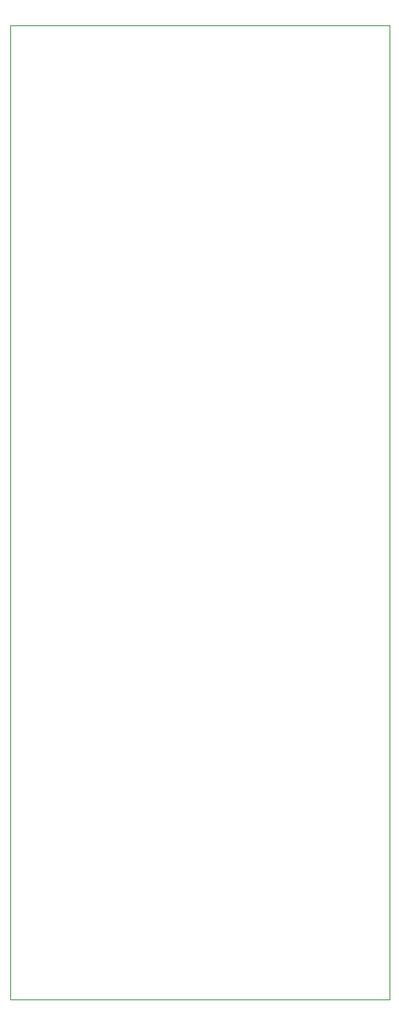
<source format=gbr>
%TF.GenerationSoftware,KiCad,Pcbnew,7.0.5-0*%
%TF.CreationDate,2023-07-07T14:44:46-07:00*%
%TF.ProjectId,loots of leds 2.0,6c6f6f74-7320-46f6-9620-6c6564732032,rev?*%
%TF.SameCoordinates,Original*%
%TF.FileFunction,Profile,NP*%
%FSLAX46Y46*%
G04 Gerber Fmt 4.6, Leading zero omitted, Abs format (unit mm)*
G04 Created by KiCad (PCBNEW 7.0.5-0) date 2023-07-07 14:44:46*
%MOMM*%
%LPD*%
G01*
G04 APERTURE LIST*
%TA.AperFunction,Profile*%
%ADD10C,0.100000*%
%TD*%
G04 APERTURE END LIST*
D10*
X154940000Y-22860000D02*
X195580000Y-22860000D01*
X195580000Y-127000000D01*
X154940000Y-127000000D01*
X154940000Y-22860000D01*
M02*

</source>
